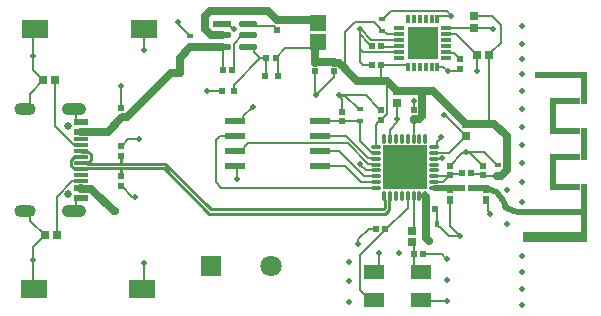
<source format=gtl>
%TF.GenerationSoftware,Altium Limited,Altium Designer,23.10.1 (27)*%
G04 Layer_Physical_Order=1*
G04 Layer_Color=255*
%FSLAX45Y45*%
%MOMM*%
%TF.SameCoordinates,2CED323B-BA49-4281-A081-A7916B394634*%
%TF.FilePolarity,Positive*%
%TF.FileFunction,Copper,L1,Top,Signal*%
%TF.Part,Single*%
G01*
G75*
%TA.AperFunction,Conductor*%
%ADD10C,0.47498*%
%TA.AperFunction,TestPad*%
%ADD11R,4.90000X0.90000*%
%ADD12R,0.50000X5.00000*%
%ADD13R,4.90000X0.50000*%
%ADD14R,2.64000X0.50000*%
%ADD15R,0.50000X2.00000*%
%ADD16R,0.50000X2.70000*%
%ADD17R,3.94000X0.50000*%
%TA.AperFunction,SMDPad,CuDef*%
%ADD18R,0.51535X0.47247*%
G04:AMPARAMS|DCode=19|XSize=1.61mm|YSize=0.58mm|CornerRadius=0.0725mm|HoleSize=0mm|Usage=FLASHONLY|Rotation=0.000|XOffset=0mm|YOffset=0mm|HoleType=Round|Shape=RoundedRectangle|*
%AMROUNDEDRECTD19*
21,1,1.61000,0.43500,0,0,0.0*
21,1,1.46500,0.58000,0,0,0.0*
1,1,0.14500,0.73250,-0.21750*
1,1,0.14500,-0.73250,-0.21750*
1,1,0.14500,-0.73250,0.21750*
1,1,0.14500,0.73250,0.21750*
%
%ADD19ROUNDEDRECTD19*%
%TA.AperFunction,ConnectorPad*%
%ADD20R,2.60000X2.70000*%
%ADD21R,0.35000X0.80000*%
%ADD22R,0.85000X0.35000*%
%TA.AperFunction,SMDPad,CuDef*%
%ADD23R,0.66817X0.67248*%
%ADD24R,0.67248X0.66817*%
%ADD25R,0.54000X0.58000*%
%TA.AperFunction,ConnectorPad*%
%ADD26R,0.60000X0.45000*%
%TA.AperFunction,SMDPad,CuDef*%
%ADD27R,0.58000X0.54000*%
%ADD28R,0.62000X0.66000*%
%ADD29R,2.18000X1.60000*%
%ADD30R,2.20000X1.60000*%
%ADD31R,0.60000X0.45000*%
%ADD32R,1.80000X1.20000*%
%ADD33R,0.65000X0.65000*%
%ADD34R,0.56000X0.52000*%
%ADD35R,1.45620X1.35443*%
%ADD36R,0.60000X0.55000*%
%TA.AperFunction,ConnectorPad*%
%ADD37R,1.15000X0.60000*%
%ADD38R,1.15000X0.30000*%
%TA.AperFunction,SMDPad,CuDef*%
G04:AMPARAMS|DCode=39|XSize=1.55439mm|YSize=0.57213mm|CornerRadius=0.28606mm|HoleSize=0mm|Usage=FLASHONLY|Rotation=0.000|XOffset=0mm|YOffset=0mm|HoleType=Round|Shape=RoundedRectangle|*
%AMROUNDEDRECTD39*
21,1,1.55439,0.00000,0,0,0.0*
21,1,0.98226,0.57213,0,0,0.0*
1,1,0.57213,0.49113,0.00000*
1,1,0.57213,-0.49113,0.00000*
1,1,0.57213,-0.49113,0.00000*
1,1,0.57213,0.49113,0.00000*
%
%ADD39ROUNDEDRECTD39*%
%ADD40R,1.55439X0.57213*%
G04:AMPARAMS|DCode=41|XSize=0.27mm|YSize=0.81mm|CornerRadius=0.03375mm|HoleSize=0mm|Usage=FLASHONLY|Rotation=180.000|XOffset=0mm|YOffset=0mm|HoleType=Round|Shape=RoundedRectangle|*
%AMROUNDEDRECTD41*
21,1,0.27000,0.74250,0,0,180.0*
21,1,0.20250,0.81000,0,0,180.0*
1,1,0.06750,-0.10125,0.37125*
1,1,0.06750,0.10125,0.37125*
1,1,0.06750,0.10125,-0.37125*
1,1,0.06750,-0.10125,-0.37125*
%
%ADD41ROUNDEDRECTD41*%
G04:AMPARAMS|DCode=42|XSize=0.81mm|YSize=0.27mm|CornerRadius=0.03375mm|HoleSize=0mm|Usage=FLASHONLY|Rotation=180.000|XOffset=0mm|YOffset=0mm|HoleType=Round|Shape=RoundedRectangle|*
%AMROUNDEDRECTD42*
21,1,0.81000,0.20250,0,0,180.0*
21,1,0.74250,0.27000,0,0,180.0*
1,1,0.06750,-0.37125,0.10125*
1,1,0.06750,0.37125,0.10125*
1,1,0.06750,0.37125,-0.10125*
1,1,0.06750,-0.37125,-0.10125*
%
%ADD42ROUNDEDRECTD42*%
%ADD43R,3.70000X3.70000*%
%ADD44R,0.46818X0.47247*%
%ADD45R,0.47500X0.50000*%
%ADD46R,0.47247X0.51535*%
%ADD47R,0.60000X0.50000*%
%ADD48R,0.45000X0.60000*%
%TA.AperFunction,Conductor*%
%ADD49C,0.63500*%
%ADD50C,0.20320*%
%ADD51C,0.22860*%
%ADD52C,0.30480*%
%TA.AperFunction,ComponentPad*%
%ADD53C,0.65000*%
G04:AMPARAMS|DCode=54|XSize=1mm|YSize=2.1mm|CornerRadius=0.5mm|HoleSize=0mm|Usage=FLASHONLY|Rotation=270.000|XOffset=0mm|YOffset=0mm|HoleType=Round|Shape=RoundedRectangle|*
%AMROUNDEDRECTD54*
21,1,1.00000,1.10000,0,0,270.0*
21,1,0.00000,2.10000,0,0,270.0*
1,1,1.00000,-0.55000,0.00000*
1,1,1.00000,-0.55000,0.00000*
1,1,1.00000,0.55000,0.00000*
1,1,1.00000,0.55000,0.00000*
%
%ADD54ROUNDEDRECTD54*%
G04:AMPARAMS|DCode=55|XSize=1mm|YSize=1.8mm|CornerRadius=0.5mm|HoleSize=0mm|Usage=FLASHONLY|Rotation=270.000|XOffset=0mm|YOffset=0mm|HoleType=Round|Shape=RoundedRectangle|*
%AMROUNDEDRECTD55*
21,1,1.00000,0.80000,0,0,270.0*
21,1,0.00000,1.80000,0,0,270.0*
1,1,1.00000,-0.40000,0.00000*
1,1,1.00000,-0.40000,0.00000*
1,1,1.00000,0.40000,0.00000*
1,1,1.00000,0.40000,0.00000*
%
%ADD55ROUNDEDRECTD55*%
%ADD56C,1.80000*%
%ADD57R,1.80000X1.80000*%
%TA.AperFunction,ViaPad*%
%ADD58C,0.50800*%
%ADD59C,0.50000*%
%ADD60C,0.71120*%
%ADD61C,1.27000*%
D10*
X4173878Y936341D02*
G03*
X4179209Y926191I44409J16851D01*
G01*
X4155767Y983439D02*
G03*
X4026121Y1078605I-138978J-53439D01*
G01*
X4190999Y914400D02*
G03*
X4329473Y876200I142644J246999D01*
G01*
X4329473Y876201D02*
G03*
X4329836Y876200I363J47497D01*
G01*
X3708400Y1074700D02*
X3713200Y1079500D01*
X3808225D01*
X3700800Y1082300D02*
X3708400Y1074700D01*
X3572400Y1082300D02*
X3700800D01*
X3708400Y1072700D02*
Y1074700D01*
X4006400Y1079500D02*
X4013200Y1072700D01*
X3885956Y1079500D02*
X4006400D01*
X4155767Y983439D02*
X4173878Y936341D01*
X4179209Y926191D02*
X4190999Y914400D01*
X4329473Y876200D02*
X4329473Y876201D01*
X4352049Y876200D02*
X4573300D01*
X4329836Y876200D02*
X4352049Y876200D01*
X4020451Y1076014D02*
X4026121Y1078605D01*
X4013200Y1072700D02*
X4020451Y1076014D01*
D11*
X4573300Y666200D02*
D03*
D12*
X4843300Y871200D02*
D03*
D13*
X4573300Y876200D02*
D03*
D14*
X4686300Y1096200D02*
D03*
Y1346200D02*
D03*
Y1566200D02*
D03*
Y1816200D02*
D03*
D15*
X4579300Y1221200D02*
D03*
Y1691200D02*
D03*
D16*
X4843300Y1456200D02*
D03*
Y1926200D02*
D03*
D17*
X4621300Y2036200D02*
D03*
D18*
X3810244Y1079500D02*
D03*
X3885956D02*
D03*
Y1206500D02*
D03*
X3810244D02*
D03*
D19*
X1887400Y1651000D02*
D03*
Y1524000D02*
D03*
Y1397000D02*
D03*
Y1270000D02*
D03*
X2608400D02*
D03*
Y1397000D02*
D03*
Y1524000D02*
D03*
Y1651000D02*
D03*
D20*
X3479800Y2311400D02*
D03*
D21*
X3354800Y2111400D02*
D03*
X3404800D02*
D03*
X3454800D02*
D03*
X3504800D02*
D03*
X3554800D02*
D03*
X3604800D02*
D03*
X3354800Y2511400D02*
D03*
X3404800D02*
D03*
X3454800D02*
D03*
X3504800D02*
D03*
X3554800D02*
D03*
X3604800D02*
D03*
D22*
X3677300Y2186400D02*
D03*
Y2236400D02*
D03*
Y2286400D02*
D03*
Y2336400D02*
D03*
Y2386400D02*
D03*
Y2436400D02*
D03*
X3282300Y2186400D02*
D03*
Y2236400D02*
D03*
Y2286400D02*
D03*
Y2336400D02*
D03*
Y2386400D02*
D03*
Y2436400D02*
D03*
D23*
X4038015Y2209800D02*
D03*
X3937585D02*
D03*
X367715Y1993900D02*
D03*
X267285D02*
D03*
X380415Y685800D02*
D03*
X279985D02*
D03*
D24*
X3911600Y2539415D02*
D03*
Y2438985D02*
D03*
X3848100Y1625015D02*
D03*
Y1524585D02*
D03*
X3263900Y1904415D02*
D03*
Y1803985D02*
D03*
D25*
X3797300Y2094600D02*
D03*
Y2172600D02*
D03*
X3987800Y1192900D02*
D03*
Y1270900D02*
D03*
X2794000Y1650100D02*
D03*
Y1728100D02*
D03*
X3124200Y1662800D02*
D03*
Y1740800D02*
D03*
X2247900Y2424800D02*
D03*
Y2502800D02*
D03*
X3403600Y1740800D02*
D03*
Y1662800D02*
D03*
X3708400Y1270900D02*
D03*
Y1192900D02*
D03*
D26*
X3136900Y2511300D02*
D03*
Y2416300D02*
D03*
D27*
X3047100Y2286000D02*
D03*
X3125100D02*
D03*
X3047100Y2120900D02*
D03*
X3125100D02*
D03*
X3582300Y901700D02*
D03*
X3504300D02*
D03*
D28*
X3708400Y1072700D02*
D03*
Y984700D02*
D03*
X4013200D02*
D03*
Y1072700D02*
D03*
D29*
X1119900Y2425700D02*
D03*
X1107200Y228600D02*
D03*
D30*
X200900Y2425700D02*
D03*
X188200Y228600D02*
D03*
D31*
X2946400Y1654300D02*
D03*
Y1749300D02*
D03*
X1511300Y2371600D02*
D03*
Y2276600D02*
D03*
X4114800Y1279400D02*
D03*
Y1184400D02*
D03*
D32*
X3463900Y374000D02*
D03*
X3063900D02*
D03*
Y134000D02*
D03*
X3463900D02*
D03*
D33*
X3390900Y623100D02*
D03*
Y723100D02*
D03*
D34*
X3402700Y520700D02*
D03*
X3480700D02*
D03*
X3085200Y736600D02*
D03*
X3163200D02*
D03*
D35*
X2590800Y2477888D02*
D03*
Y2322711D02*
D03*
D36*
X927100Y1185500D02*
D03*
Y1100500D02*
D03*
Y1354500D02*
D03*
Y1439500D02*
D03*
Y1672000D02*
D03*
Y1757000D02*
D03*
D37*
X587600Y1000800D02*
D03*
Y1640800D02*
D03*
Y1080800D02*
D03*
Y1560800D02*
D03*
D38*
Y1145800D02*
D03*
Y1195800D02*
D03*
Y1245800D02*
D03*
Y1295800D02*
D03*
Y1345800D02*
D03*
Y1395800D02*
D03*
Y1445800D02*
D03*
Y1495800D02*
D03*
D39*
X2002329Y2469900D02*
D03*
Y2374900D02*
D03*
Y2279900D02*
D03*
X1782271D02*
D03*
Y2374900D02*
D03*
D40*
Y2469900D02*
D03*
D41*
X3502400Y1502300D02*
D03*
X3452400D02*
D03*
X3402400D02*
D03*
X3352400D02*
D03*
X3302400D02*
D03*
X3252400D02*
D03*
X3202400D02*
D03*
X3152400D02*
D03*
Y1012300D02*
D03*
X3202400D02*
D03*
X3252400D02*
D03*
X3302400D02*
D03*
X3352400D02*
D03*
X3402400D02*
D03*
X3452400D02*
D03*
X3502400D02*
D03*
D42*
X3572400Y1082300D02*
D03*
Y1132300D02*
D03*
Y1182300D02*
D03*
Y1232300D02*
D03*
Y1282300D02*
D03*
Y1332300D02*
D03*
Y1382300D02*
D03*
Y1432300D02*
D03*
X3082400D02*
D03*
Y1382300D02*
D03*
Y1332300D02*
D03*
Y1282300D02*
D03*
Y1232300D02*
D03*
Y1182300D02*
D03*
Y1132300D02*
D03*
Y1082300D02*
D03*
D43*
X3327400Y1257300D02*
D03*
D44*
X1869015Y2082800D02*
D03*
X1788585D02*
D03*
X2237315Y2184400D02*
D03*
X2156885D02*
D03*
D45*
X1880055Y1905000D02*
D03*
X1777545D02*
D03*
D46*
X2565400Y2070100D02*
D03*
Y2145813D02*
D03*
X2730500Y2070344D02*
D03*
Y2146056D02*
D03*
D47*
X2252100Y2032000D02*
D03*
X2142100D02*
D03*
D48*
X3603500Y774700D02*
D03*
X3508500D02*
D03*
D49*
X1685957Y2378043D02*
X1779128D01*
X1638300Y2425700D02*
Y2540000D01*
Y2425700D02*
X1685957Y2378043D01*
X4189250Y1447800D02*
Y1522933D01*
Y1238488D02*
Y1447800D01*
X3124200Y1987150D02*
X3180950D01*
X2925947D02*
X3124200D01*
X2565400Y2145813D02*
X2571139Y2151551D01*
X2730500Y2146056D02*
X2769975D01*
X2725005Y2151551D02*
X2730500Y2146056D01*
X2571139Y2151551D02*
X2725005D01*
X2769975Y2146056D02*
X2819400Y2096631D01*
X2565400Y2145813D02*
Y2297311D01*
X2819400Y2093697D02*
X2925947Y1987150D01*
X4038600Y1625015D02*
X4087168D01*
X3848100D02*
X4038600D01*
X3847885D02*
X3848100D01*
X1346404Y2055942D02*
X1420942D01*
X815900Y1560800D02*
X927100Y1672000D01*
X940150Y1685050D02*
X975512D01*
X927100Y1672000D02*
X940150Y1685050D01*
X975512D02*
X1346404Y2055942D01*
X1420942D02*
X1422400Y2057400D01*
X3446461Y1664800D02*
X3475050Y1693389D01*
Y1904415D01*
X3568485D01*
X3263900D02*
X3475050D01*
X3568485D02*
X3847885Y1625015D01*
X3180950Y1987150D02*
X3263685Y1904415D01*
X3403600Y1662800D02*
X3405600Y1664800D01*
X3446461D01*
X4110550Y1188650D02*
X4139412D01*
X3508500Y659162D02*
Y774700D01*
Y1006200D01*
Y659162D02*
X3530600Y637062D01*
Y635000D02*
Y637062D01*
X4087168Y1625015D02*
X4189250Y1522933D01*
X4139412Y1188650D02*
X4189250Y1238488D01*
X3263685Y1904415D02*
X3263900D01*
X2565400Y2297311D02*
X2590800Y2322711D01*
X2247900Y2502800D02*
X2565888D01*
X2590800Y2477888D01*
X2172600Y2578100D02*
X2247900Y2502800D01*
X1676400Y2578100D02*
X2172600D01*
X1638300Y2540000D02*
X1676400Y2578100D01*
X1514600Y2279900D02*
X1782271D01*
X1511300Y2275362D02*
Y2276600D01*
X1423858Y2187920D02*
X1511300Y2275362D01*
X1423858Y2058858D02*
Y2187920D01*
X1422400Y2057400D02*
X1423858Y2058858D01*
X3502400Y1012300D02*
X3508500Y1006200D01*
X863600Y889000D02*
X876300D01*
X673550Y1079050D02*
X863600Y889000D01*
X589350Y1079050D02*
X673550D01*
X587600Y1080800D02*
X589350Y1079050D01*
X587600Y1560800D02*
X815900D01*
D50*
X4013200Y984700D02*
X4034040Y963860D01*
Y889108D02*
Y963860D01*
Y889108D02*
X4051300Y871848D01*
Y863600D02*
Y871848D01*
X3708400Y762000D02*
Y984700D01*
Y762000D02*
X3797300Y673100D01*
X3981000Y1199700D02*
X3992050Y1188650D01*
X3885956Y1206500D02*
X3892756Y1199700D01*
X3981000D01*
X3803444D02*
X3810244Y1206500D01*
X3715200Y1199700D02*
X3803444D01*
X3708400Y1192900D02*
X3715200Y1199700D01*
X1727200Y1130300D02*
X1775200Y1082300D01*
X1727200Y1130300D02*
Y1485900D01*
X1765300Y1524000D01*
X1887400D01*
X3005818Y1082300D02*
X3005818Y1082300D01*
X1775200Y1082300D02*
X3005818D01*
X3005818Y1082300D02*
X3082400D01*
X2771382Y1397000D02*
X2986082Y1182300D01*
X1956409Y1689709D02*
X2039800Y1773100D01*
X1937569Y1651000D02*
X1956409Y1669840D01*
Y1689709D01*
X2608400Y1651000D02*
X2801825D01*
X2819400Y1270000D02*
X2957100Y1132300D01*
X3082400D01*
X1938900Y1397000D02*
X2002400Y1460500D01*
X2844381D01*
X2827579Y1524000D02*
X3015938Y1335640D01*
X2844381Y1460500D02*
X3019241Y1285640D01*
X2608400Y1397000D02*
X2771382D01*
X1887400Y1270000D02*
X1905000Y1252400D01*
Y1155700D02*
Y1252400D01*
X2608400Y1524000D02*
X2827579D01*
X1887400Y1651000D02*
X1937569D01*
X2608400Y1270000D02*
X2819400D01*
X1887400Y1397000D02*
X1938900D01*
X3079060Y1335640D02*
X3082400Y1332300D01*
X3015938Y1335640D02*
X3079060D01*
Y1285640D02*
X3082400Y1282300D01*
X3019241Y1285640D02*
X3079060D01*
X2986082Y1182300D02*
X3082400D01*
X2908300Y2489200D02*
X3064000D01*
X2819400Y2093697D02*
Y2400300D01*
X2908300Y2489200D01*
X3117060Y2428640D02*
X3129400Y2416300D01*
X3117060Y2428640D02*
Y2436140D01*
X3064000Y2489200D02*
X3117060Y2436140D01*
X3129400Y2416300D02*
X3144400D01*
X3045100Y2286000D02*
X3047100D01*
X2946400Y2386700D02*
X3028260Y2304840D01*
Y2302840D02*
X3045100Y2286000D01*
X3028260Y2302840D02*
Y2304840D01*
X2946400Y2425700D02*
X2954097D01*
X3043397Y2336400D01*
X3282300D01*
X2946400Y2260600D02*
Y2425700D01*
X4038015Y2210015D02*
X4061264Y2233264D01*
X4061479D02*
X4140200Y2311985D01*
X4038015Y1625600D02*
Y2210015D01*
X4140200Y2311985D02*
Y2463800D01*
X4061264Y2233264D02*
X4061479D01*
X2950166Y1278934D02*
Y1286466D01*
Y1278934D02*
X2996800Y1232300D01*
X4064585Y2539415D02*
X4140200Y2463800D01*
X3911600Y2539415D02*
X4064585D01*
X4068452Y2425700D02*
X4076700D01*
X4055167Y2438985D02*
X4068452Y2425700D01*
X3911600Y2438985D02*
X4055167D01*
X3144400Y2511300D02*
X3211200Y2578100D01*
X3683000D02*
X3721100Y2540000D01*
X3211200Y2578100D02*
X3683000D01*
X3604800Y2511400D02*
Y2532026D01*
X3612140Y2539366D02*
X3720466D01*
X3604800Y2532026D02*
X3612140Y2539366D01*
X3720466D02*
X3721100Y2540000D01*
X2970860Y2236140D02*
X3168166D01*
X3168425Y2236400D01*
X3282300D01*
X3677300Y2386400D02*
X3761200D01*
X3937585Y2210015D01*
X3604800Y2111400D02*
X3654400D01*
X3695700Y2070100D01*
X3174300Y2386400D02*
X3282300D01*
X3144400Y2416300D02*
X3174300Y2386400D01*
X3131250Y2279850D02*
X3275750D01*
X3125100Y2120900D02*
X3347460D01*
X3742840Y2229060D02*
X3797300Y2174600D01*
X3684640Y2229060D02*
X3742840D01*
X3677300Y2236400D02*
X3684640Y2229060D01*
X3677300Y2436400D02*
X3909015D01*
X3275750Y2279850D02*
X3282300Y2286400D01*
X3347460Y2120900D02*
X3354800Y2113560D01*
Y2111400D02*
Y2113560D01*
X3125100Y2286000D02*
X3131250Y2279850D01*
X3909015Y2436400D02*
X3911600Y2438985D01*
X3797300Y2172600D02*
Y2174600D01*
X3937585Y2209800D02*
Y2210015D01*
X2946400Y2260600D02*
X2970860Y2236140D01*
X2946400Y2146300D02*
X2971800Y2120900D01*
X2946400Y2146300D02*
Y2260600D01*
X2971800Y2120900D02*
X3047100D01*
X3124200Y1987150D02*
X3125100Y1988050D01*
Y2120900D01*
X3136900Y2511300D02*
X3144400D01*
X4038015Y1625600D02*
X4038600Y1625015D01*
X3780460Y2075932D02*
X3797300Y2092772D01*
Y2094600D01*
X3701532Y2075932D02*
X3780460D01*
X3695700Y2070100D02*
X3701532Y2075932D01*
X3841350Y1518050D02*
X3847885Y1524585D01*
X3657600Y1701800D02*
X3663432Y1695968D01*
X3676502D02*
X3847885Y1524585D01*
X3663432Y1695968D02*
X3676502D01*
X3705600Y1382300D02*
X3841350Y1518050D01*
X3937000Y2070100D02*
Y2209215D01*
X3937585Y2209800D01*
X3573000Y1332900D02*
X3644300D01*
X3644900Y1333500D01*
X3572400Y1332300D02*
X3573000Y1332900D01*
X3602740Y1435640D02*
Y1473592D01*
X3632200Y1503052D01*
X3572400Y1432300D02*
X3599400D01*
X3602740Y1435640D01*
X3632200Y1503052D02*
Y1511300D01*
X3403600Y1740800D02*
Y1816100D01*
X3107360Y1643960D02*
X3124200Y1660800D01*
X3082400Y1621000D02*
X3105360Y1643960D01*
X3124200Y1660800D02*
Y1664800D01*
X3105360Y1643960D02*
X3107360D01*
X3082400Y1432300D02*
Y1621000D01*
X3180950Y1709221D02*
Y1987150D01*
X1651000Y1905000D02*
X1777545D01*
X929600Y1100500D02*
X1020968Y1009132D01*
X1035568D01*
X1041400Y1003300D01*
X927100Y1100500D02*
X929600D01*
X988700Y1498600D02*
X1079500D01*
X927100Y1439500D02*
X929600D01*
X988700Y1498600D01*
X927100Y1757000D02*
Y1943100D01*
X2730500Y2019300D02*
Y2070344D01*
X2578100Y1866900D02*
X2730500Y2019300D01*
X2565400Y1887848D02*
X2578100Y1875148D01*
Y1866900D02*
Y1875148D01*
X2565400Y1887848D02*
Y2070100D01*
X3642074Y520700D02*
X3680174Y482600D01*
X3683000D01*
X3480700Y520700D02*
X3642074D01*
X2933843Y647843D02*
X3022600Y736600D01*
X3085200D01*
X2933843Y609743D02*
Y647843D01*
X2933700Y609600D02*
X2933843Y609743D01*
X4002400Y1384300D02*
X4107300Y1279400D01*
X3848100Y1384300D02*
X4002400D01*
X4107300Y1279400D02*
X4114800D01*
X3882232Y1378468D02*
X3987800Y1272900D01*
Y1270900D02*
Y1272900D01*
X3853932Y1378468D02*
X3882232D01*
X3848100Y1384300D02*
X3853932Y1378468D01*
X3813968D02*
X3842268D01*
X3848100Y1384300D01*
X3708400Y1270900D02*
Y1272900D01*
X3813968Y1378468D01*
X3584300Y901700D02*
X3601140Y884860D01*
Y875317D02*
X3603500Y872957D01*
X3601140Y875317D02*
Y884860D01*
X3582300Y901700D02*
X3584300D01*
X3603500Y767200D02*
Y872957D01*
X3705100Y673100D02*
X3797300D01*
X3603500Y767200D02*
X3615840Y754860D01*
X3623340D01*
X3705100Y673100D01*
X177800Y2083600D02*
X267285Y1994115D01*
Y1993900D02*
Y1994115D01*
X177800Y2083600D02*
Y2197100D01*
Y2402600D01*
X200900Y2425700D01*
X177800Y239000D02*
X188200Y228600D01*
X177800Y239000D02*
Y469900D01*
Y583400D02*
X279985Y685585D01*
X177800Y469900D02*
Y583400D01*
X279985Y685585D02*
Y685800D01*
X1831383Y2469900D02*
X1875583Y2425700D01*
X1879600D01*
X1782271Y2469900D02*
X1831383D01*
X1491460Y2383940D02*
Y2391440D01*
X1415532Y2467368D02*
Y2483368D01*
X1503800Y2371600D02*
X1511300D01*
X1491460Y2383940D02*
X1503800Y2371600D01*
X1409700Y2489200D02*
X1415532Y2483368D01*
Y2467368D02*
X1491460Y2391440D01*
X2795578Y1866272D02*
X2821928D01*
X2769228D02*
X2795578D01*
X2796206Y1866900D02*
X2998100D01*
X2795578Y1866272D02*
X2796206Y1866900D01*
X3124200Y1740800D02*
Y1742800D01*
X3107360Y1759640D02*
X3124200Y1742800D01*
X3105360Y1759640D02*
X3107360D01*
X2998100Y1866900D02*
X3105360Y1759640D01*
X2938900Y1749300D02*
X2946400D01*
X2821928Y1866272D02*
X2938900Y1749300D01*
X2768600Y1866900D02*
X2769228Y1866272D01*
X2794000Y1728100D02*
Y1833252D01*
X2768600Y1858652D02*
X2794000Y1833252D01*
X2768600Y1858652D02*
Y1866900D01*
X3402400Y1502300D02*
X3403000Y1502900D01*
Y1662200D02*
X3403600Y1662800D01*
X3403000Y1502900D02*
Y1662200D01*
X3124200Y1664800D02*
X3141040Y1681640D01*
X3153369D01*
X3180950Y1709221D01*
X3263900Y1663700D02*
Y1803985D01*
Y1638300D02*
Y1663700D01*
X1117600Y239000D02*
Y444500D01*
X1107200Y228600D02*
X1117600Y239000D01*
Y2423400D02*
X1119900Y2425700D01*
X1117600Y2247900D02*
Y2423400D01*
X3202400Y1502300D02*
Y1576800D01*
X3263900Y1638300D01*
X3572400Y1382300D02*
X3705600D01*
X3992050Y1188650D02*
X4110550D01*
X3698800Y1181300D02*
X3708400Y1190900D01*
X3572400Y1182300D02*
X3697800D01*
X3647800Y1130300D02*
X3698800Y1181300D01*
X3574400Y1130300D02*
X3647800D01*
X3572400Y1132300D02*
X3574400Y1130300D01*
X3708400Y1190900D02*
Y1192900D01*
X2533238Y2265150D02*
X2565400Y2297311D01*
X2142100Y2032000D02*
X2156885Y2046785D01*
Y2184400D01*
X2105599Y2181798D02*
X2154283D01*
X2105598Y2181798D02*
X2105599Y2181798D01*
X2154283D02*
X2156885Y2184400D01*
X2050930Y2236466D02*
X2105598Y2181798D01*
X2033887Y2279900D02*
X2050930Y2262858D01*
Y2236466D02*
Y2262858D01*
X2002329Y2279900D02*
X2033887D01*
X2105598Y2181798D02*
Y2181798D01*
X1880055Y1905000D02*
Y1956255D01*
X2105598Y2181798D01*
X2237315Y2184400D02*
X2318064Y2265150D01*
X2533238D01*
X2237315Y2184400D02*
X2252100D01*
Y2032000D02*
Y2184400D01*
X2061425Y2469900D02*
X2080385Y2450940D01*
X2219157D02*
X2226457Y2443640D01*
X2231060D01*
X2247900Y2424800D02*
Y2426800D01*
X2002329Y2469900D02*
X2061425D01*
X2080385Y2450940D02*
X2219157D01*
X2231060Y2443640D02*
X2247900Y2426800D01*
X1869015Y2082800D02*
X1881715Y2095500D01*
Y2257446D02*
X1882850Y2258582D01*
X1881715Y2095500D02*
Y2257446D01*
X1882850Y2304534D02*
X1953217Y2374900D01*
X1882850Y2258582D02*
Y2304534D01*
X1953217Y2374900D02*
X2002329D01*
X1782271Y2279900D02*
X1788585Y2273585D01*
Y2082800D02*
Y2273585D01*
X2803475Y1652650D02*
X2944750D01*
X2801825Y1651000D02*
X2803475Y1652650D01*
X2944750D02*
X2946400Y1654300D01*
Y1483948D02*
Y1654300D01*
Y1483948D02*
X3044708Y1385640D01*
X3079060D01*
X3082400Y1382300D01*
X530100Y1752800D02*
X540260Y1742640D01*
X560100Y1640800D02*
X587600D01*
X540260Y1660640D02*
Y1742640D01*
Y1660640D02*
X560100Y1640800D01*
X546100Y904800D02*
Y980960D01*
X565940Y1000800D02*
X587600D01*
X530100Y888800D02*
X546100Y904800D01*
Y980960D02*
X565940Y1000800D01*
X157680Y808320D02*
X279985Y686015D01*
X157680Y808320D02*
Y851993D01*
X120873Y888800D02*
X157680Y851993D01*
X279985Y685800D02*
Y686015D01*
X112100Y888800D02*
X120873D01*
X582760Y1140960D02*
X587600Y1145800D01*
X380415Y1010406D02*
X510969Y1140960D01*
X582760D01*
X380415Y685800D02*
Y1010406D01*
X152100Y1789607D02*
Y1878715D01*
X267285Y1993900D01*
X112100Y1752800D02*
X115293D01*
X152100Y1789607D01*
X367715Y1610856D02*
X527931Y1450640D01*
X582760D01*
X367715Y1610856D02*
Y1993900D01*
X582760Y1450640D02*
X587600Y1445800D01*
X3463900Y134000D02*
X3470900Y127000D01*
X3683000D01*
X3111500Y421600D02*
Y533400D01*
X3063900Y374000D02*
X3111500Y421600D01*
X2996800Y1232300D02*
X3082400D01*
X3390900Y623100D02*
X3404381Y609619D01*
X3402700Y520700D02*
X3404381Y522381D01*
Y609619D01*
X3402700Y423840D02*
Y520700D01*
Y423840D02*
X3404040Y422500D01*
X3415400D01*
X3463900Y374000D01*
X3402400Y734600D02*
Y1012300D01*
X3390900Y723100D02*
X3402400Y734600D01*
X2951040Y216860D02*
Y512640D01*
X3033900Y134000D02*
X3063900D01*
X2951040Y216860D02*
X3033900Y134000D01*
X3149400Y724800D02*
X3163200D01*
X3145360Y720760D02*
X3149400Y724800D01*
X3145360Y706960D02*
Y720760D01*
X2951040Y512640D02*
X3145360Y706960D01*
X3163200Y724800D02*
X3352400Y914000D01*
Y1012300D01*
D51*
X1301709Y1288580D02*
X1687989Y902301D01*
X3146229D01*
X1673260Y866741D02*
X3160958D01*
X927100Y1253020D02*
X1286980D01*
X1673260Y866741D01*
X927100Y1288580D02*
X1301709D01*
X3160958Y866741D02*
X3195180Y900963D01*
Y978080D01*
X3159620Y915692D02*
Y978080D01*
X3146229Y902301D02*
X3159620Y915692D01*
X927100Y1288580D02*
Y1354500D01*
Y1185500D02*
Y1253020D01*
X644460D02*
X927100D01*
X644460Y1288580D02*
X927100D01*
X3152400Y985300D02*
Y1012300D01*
Y985300D02*
X3159620Y978080D01*
X640810Y1249370D02*
X644460Y1253020D01*
X591170Y1249370D02*
X640810D01*
X587600Y1245800D02*
X591170Y1249370D01*
X3202400Y985300D02*
Y1012300D01*
X3195180Y978080D02*
X3202400Y985300D01*
X584030Y1249370D02*
X587600Y1245800D01*
X527405Y1249370D02*
X584030D01*
X505970Y1270805D02*
X527405Y1249370D01*
X505970Y1270805D02*
Y1320795D01*
X527405Y1342230D01*
X584030D01*
X587600Y1345800D01*
Y1395800D02*
X591170Y1392230D01*
X647795D01*
X669230Y1370795D01*
Y1320805D02*
Y1370795D01*
X647795Y1299370D02*
X669230Y1320805D01*
X587600Y1295800D02*
X591170Y1292230D01*
X640810D01*
X644460Y1288580D01*
D52*
X3452400Y1012300D02*
X3502400D01*
D53*
X480100Y1031800D02*
D03*
Y1609800D02*
D03*
D54*
X530100Y888800D02*
D03*
Y1752800D02*
D03*
D55*
X112100Y888800D02*
D03*
Y1752800D02*
D03*
D56*
X2197100Y419100D02*
D03*
D57*
X1689100D02*
D03*
D58*
X4191000Y1066800D02*
D03*
X4318000Y965200D02*
D03*
X4191000Y774700D02*
D03*
X4318000Y508000D02*
D03*
X4356100Y673100D02*
D03*
X2946400Y2425700D02*
D03*
X2950166Y1286466D02*
D03*
X3192796Y1259393D02*
D03*
X3209902Y1373625D02*
D03*
X3197202Y1119625D02*
D03*
X4076700Y2425700D02*
D03*
X3721100Y2540000D02*
D03*
X3695700Y2070100D02*
D03*
X3657600Y1701800D02*
D03*
X3937000Y2070100D02*
D03*
X3644900Y1333500D02*
D03*
X3632200Y1511300D02*
D03*
X3403600Y1816100D02*
D03*
X1651000Y1905000D02*
D03*
X4318000Y2451100D02*
D03*
Y88900D02*
D03*
Y228600D02*
D03*
Y368300D02*
D03*
Y2298700D02*
D03*
Y2171700D02*
D03*
Y2044700D02*
D03*
Y1905000D02*
D03*
Y1752600D02*
D03*
Y1600200D02*
D03*
Y1447800D02*
D03*
Y1295400D02*
D03*
X4051300Y863600D02*
D03*
X3324202Y1119625D02*
D03*
X3451202Y1132325D02*
D03*
Y1259325D02*
D03*
Y1373625D02*
D03*
X3324202D02*
D03*
X4318000Y1130300D02*
D03*
X1079500Y1498600D02*
D03*
X1041400Y1003300D02*
D03*
X927100Y1943100D02*
D03*
X2578100Y1866900D02*
D03*
X3848100Y1384300D02*
D03*
X3797300Y673100D02*
D03*
X2768600Y1866900D02*
D03*
X1879600Y2425700D02*
D03*
X1409700Y2489200D02*
D03*
X177800Y2197100D02*
D03*
Y469900D02*
D03*
X1905000Y1155700D02*
D03*
X2933700Y609600D02*
D03*
X3263900Y1663700D02*
D03*
X1117600Y444500D02*
D03*
Y2247900D02*
D03*
X2039800Y1773100D02*
D03*
X3276600Y533400D02*
D03*
X2857500Y457200D02*
D03*
Y292100D02*
D03*
Y114300D02*
D03*
X3683000Y482600D02*
D03*
Y304800D02*
D03*
Y127000D02*
D03*
X3111500Y533400D02*
D03*
D59*
X3534800Y2366400D02*
D03*
Y2256400D02*
D03*
X3424800D02*
D03*
Y2366400D02*
D03*
D60*
X1422400Y2057400D02*
D03*
X4191000Y1447800D02*
D03*
X3530600Y635000D02*
D03*
X876300Y889000D02*
D03*
D61*
X3327400Y1257300D02*
D03*
%TF.MD5,955300a8c48d2b97f81cc56d1f4b1603*%
M02*

</source>
